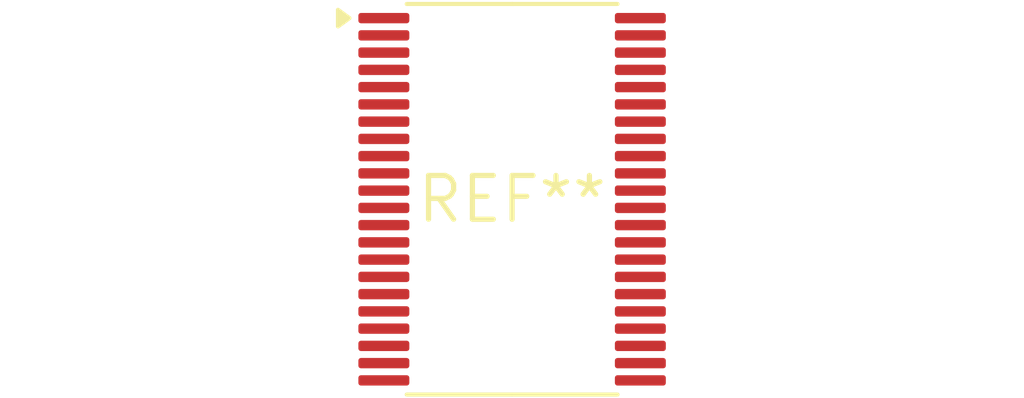
<source format=kicad_pcb>
(kicad_pcb (version 20240108) (generator pcbnew)
  (layers (0 "F.Cu" signal) (31 "B.Cu" signal) (34 "B.Paste" user) (35 "F.Paste" user) (36 "B.SilkS" user "B.Silkscreen") (37 "F.SilkS" user "F.Silkscreen") (38 "B.Mask" user) (39 "F.Mask" user) (44 "Edge.Cuts" user))
  (net 0 "")
  (footprint "TSSOP-44_6.1x11mm_P0.5mm" (layer "F.Cu") (at 0 0)
    (property "Reference" "REF**")
    (property "Value" "TSSOP-44_6.1x11mm_P0.5mm")
    (fp_line (start 0 -5.66) (end -3.05 -5.66) (layer "F.SilkS") (stroke (width 0.12)))
    (fp_line (start 0 -5.66) (end 3.05 -5.66) (layer "F.SilkS") (stroke (width 0.12)))
    (fp_line (start 0 5.66) (end -3.05 5.66) (layer "F.SilkS") (stroke (width 0.12)))
    (fp_line (start 0 5.66) (end 3.05 5.66) (layer "F.SilkS") (stroke (width 0.12)))
    (fp_poly (pts (xy -4.71 -5.25) (xy -5.04 -5.49) (xy -5.04 -5.01) (xy -4.71 -5.25)) (layer "F.SilkS") (stroke (width 0.12)) (fill solid))
    (pad "1" smd roundrect (at -3.7125 -5.25) (size 1.475 0.3) (layers "F.Cu" "F.Paste" "F.Mask"))
    (pad "2" smd roundrect (at -3.7125 -4.75) (size 1.475 0.3) (layers "F.Cu" "F.Paste" "F.Mask"))
    (pad "3" smd roundrect (at -3.7125 -4.25) (size 1.475 0.3) (layers "F.Cu" "F.Paste" "F.Mask"))
    (pad "4" smd roundrect (at -3.7125 -3.75) (size 1.475 0.3) (layers "F.Cu" "F.Paste" "F.Mask"))
    (pad "5" smd roundrect (at -3.7125 -3.25) (size 1.475 0.3) (layers "F.Cu" "F.Paste" "F.Mask"))
    (pad "6" smd roundrect (at -3.7125 -2.75) (size 1.475 0.3) (layers "F.Cu" "F.Paste" "F.Mask"))
    (pad "7" smd roundrect (at -3.7125 -2.25) (size 1.475 0.3) (layers "F.Cu" "F.Paste" "F.Mask"))
    (pad "8" smd roundrect (at -3.7125 -1.75) (size 1.475 0.3) (layers "F.Cu" "F.Paste" "F.Mask"))
    (pad "9" smd roundrect (at -3.7125 -1.25) (size 1.475 0.3) (layers "F.Cu" "F.Paste" "F.Mask"))
    (pad "10" smd roundrect (at -3.7125 -0.75) (size 1.475 0.3) (layers "F.Cu" "F.Paste" "F.Mask"))
    (pad "11" smd roundrect (at -3.7125 -0.25) (size 1.475 0.3) (layers "F.Cu" "F.Paste" "F.Mask"))
    (pad "12" smd roundrect (at -3.7125 0.25) (size 1.475 0.3) (layers "F.Cu" "F.Paste" "F.Mask"))
    (pad "13" smd roundrect (at -3.7125 0.75) (size 1.475 0.3) (layers "F.Cu" "F.Paste" "F.Mask"))
    (pad "14" smd roundrect (at -3.7125 1.25) (size 1.475 0.3) (layers "F.Cu" "F.Paste" "F.Mask"))
    (pad "15" smd roundrect (at -3.7125 1.75) (size 1.475 0.3) (layers "F.Cu" "F.Paste" "F.Mask"))
    (pad "16" smd roundrect (at -3.7125 2.25) (size 1.475 0.3) (layers "F.Cu" "F.Paste" "F.Mask"))
    (pad "17" smd roundrect (at -3.7125 2.75) (size 1.475 0.3) (layers "F.Cu" "F.Paste" "F.Mask"))
    (pad "18" smd roundrect (at -3.7125 3.25) (size 1.475 0.3) (layers "F.Cu" "F.Paste" "F.Mask"))
    (pad "19" smd roundrect (at -3.7125 3.75) (size 1.475 0.3) (layers "F.Cu" "F.Paste" "F.Mask"))
    (pad "20" smd roundrect (at -3.7125 4.25) (size 1.475 0.3) (layers "F.Cu" "F.Paste" "F.Mask"))
    (pad "21" smd roundrect (at -3.7125 4.75) (size 1.475 0.3) (layers "F.Cu" "F.Paste" "F.Mask"))
    (pad "22" smd roundrect (at -3.7125 5.25) (size 1.475 0.3) (layers "F.Cu" "F.Paste" "F.Mask"))
    (pad "23" smd roundrect (at 3.7125 5.25) (size 1.475 0.3) (layers "F.Cu" "F.Paste" "F.Mask"))
    (pad "24" smd roundrect (at 3.7125 4.75) (size 1.475 0.3) (layers "F.Cu" "F.Paste" "F.Mask"))
    (pad "25" smd roundrect (at 3.7125 4.25) (size 1.475 0.3) (layers "F.Cu" "F.Paste" "F.Mask"))
    (pad "26" smd roundrect (at 3.7125 3.75) (size 1.475 0.3) (layers "F.Cu" "F.Paste" "F.Mask"))
    (pad "27" smd roundrect (at 3.7125 3.25) (size 1.475 0.3) (layers "F.Cu" "F.Paste" "F.Mask"))
    (pad "28" smd roundrect (at 3.7125 2.75) (size 1.475 0.3) (layers "F.Cu" "F.Paste" "F.Mask"))
    (pad "29" smd roundrect (at 3.7125 2.25) (size 1.475 0.3) (layers "F.Cu" "F.Paste" "F.Mask"))
    (pad "30" smd roundrect (at 3.7125 1.75) (size 1.475 0.3) (layers "F.Cu" "F.Paste" "F.Mask"))
    (pad "31" smd roundrect (at 3.7125 1.25) (size 1.475 0.3) (layers "F.Cu" "F.Paste" "F.Mask"))
    (pad "32" smd roundrect (at 3.7125 0.75) (size 1.475 0.3) (layers "F.Cu" "F.Paste" "F.Mask"))
    (pad "33" smd roundrect (at 3.7125 0.25) (size 1.475 0.3) (layers "F.Cu" "F.Paste" "F.Mask"))
    (pad "34" smd roundrect (at 3.7125 -0.25) (size 1.475 0.3) (layers "F.Cu" "F.Paste" "F.Mask"))
    (pad "35" smd roundrect (at 3.7125 -0.75) (size 1.475 0.3) (layers "F.Cu" "F.Paste" "F.Mask"))
    (pad "36" smd roundrect (at 3.7125 -1.25) (size 1.475 0.3) (layers "F.Cu" "F.Paste" "F.Mask"))
    (pad "37" smd roundrect (at 3.7125 -1.75) (size 1.475 0.3) (layers "F.Cu" "F.Paste" "F.Mask"))
    (pad "38" smd roundrect (at 3.7125 -2.25) (size 1.475 0.3) (layers "F.Cu" "F.Paste" "F.Mask"))
    (pad "39" smd roundrect (at 3.7125 -2.75) (size 1.475 0.3) (layers "F.Cu" "F.Paste" "F.Mask"))
    (pad "40" smd roundrect (at 3.7125 -3.25) (size 1.475 0.3) (layers "F.Cu" "F.Paste" "F.Mask"))
    (pad "41" smd roundrect (at 3.7125 -3.75) (size 1.475 0.3) (layers "F.Cu" "F.Paste" "F.Mask"))
    (pad "42" smd roundrect (at 3.7125 -4.25) (size 1.475 0.3) (layers "F.Cu" "F.Paste" "F.Mask"))
    (pad "43" smd roundrect (at 3.7125 -4.75) (size 1.475 0.3) (layers "F.Cu" "F.Paste" "F.Mask"))
    (pad "44" smd roundrect (at 3.7125 -5.25) (size 1.475 0.3) (layers "F.Cu" "F.Paste" "F.Mask"))
  )
)
</source>
